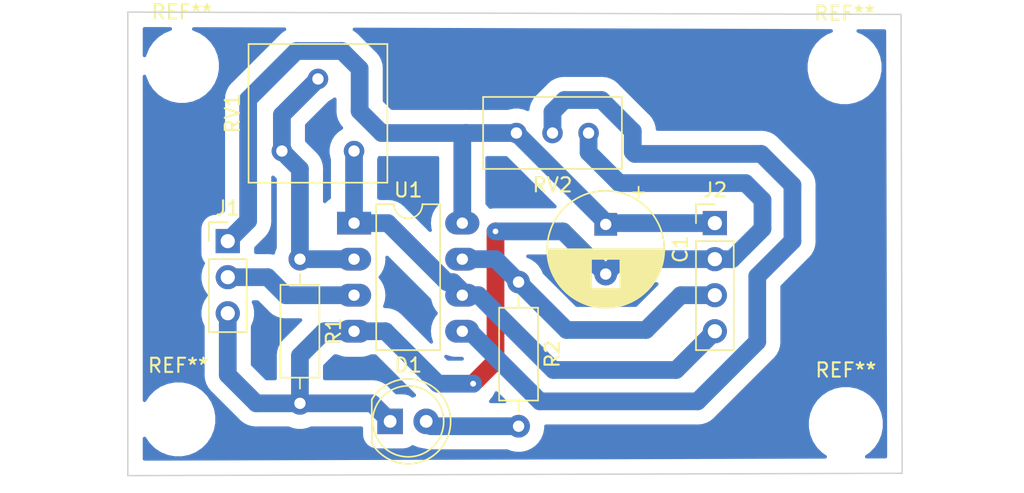
<source format=kicad_pcb>
(kicad_pcb (version 20171130) (host pcbnew "(5.1.9)-1")

  (general
    (thickness 1.6)
    (drawings 4)
    (tracks 87)
    (zones 0)
    (modules 13)
    (nets 9)
  )

  (page A4)
  (layers
    (0 F.Cu signal)
    (31 B.Cu signal)
    (32 B.Adhes user)
    (33 F.Adhes user)
    (34 B.Paste user)
    (35 F.Paste user)
    (36 B.SilkS user)
    (37 F.SilkS user)
    (38 B.Mask user)
    (39 F.Mask user)
    (40 Dwgs.User user)
    (41 Cmts.User user)
    (42 Eco1.User user)
    (43 Eco2.User user)
    (44 Edge.Cuts user)
    (45 Margin user)
    (46 B.CrtYd user)
    (47 F.CrtYd user)
    (48 B.Fab user)
    (49 F.Fab user)
  )

  (setup
    (last_trace_width 0.25)
    (user_trace_width 1.25)
    (trace_clearance 0.2)
    (zone_clearance 1)
    (zone_45_only no)
    (trace_min 0.2)
    (via_size 0.8)
    (via_drill 0.4)
    (via_min_size 0.4)
    (via_min_drill 0.3)
    (uvia_size 0.3)
    (uvia_drill 0.1)
    (uvias_allowed no)
    (uvia_min_size 0.2)
    (uvia_min_drill 0.1)
    (edge_width 0.05)
    (segment_width 0.2)
    (pcb_text_width 0.3)
    (pcb_text_size 1.5 1.5)
    (mod_edge_width 0.12)
    (mod_text_size 1 1)
    (mod_text_width 0.15)
    (pad_size 1.524 1.524)
    (pad_drill 0.762)
    (pad_to_mask_clearance 0)
    (aux_axis_origin 0 0)
    (visible_elements 7FFFFFFF)
    (pcbplotparams
      (layerselection 0x010fc_ffffffff)
      (usegerberextensions false)
      (usegerberattributes true)
      (usegerberadvancedattributes true)
      (creategerberjobfile true)
      (excludeedgelayer true)
      (linewidth 0.100000)
      (plotframeref false)
      (viasonmask false)
      (mode 1)
      (useauxorigin false)
      (hpglpennumber 1)
      (hpglpenspeed 20)
      (hpglpendiameter 15.000000)
      (psnegative false)
      (psa4output false)
      (plotreference true)
      (plotvalue true)
      (plotinvisibletext false)
      (padsonsilk false)
      (subtractmaskfromsilk false)
      (outputformat 1)
      (mirror false)
      (drillshape 1)
      (scaleselection 1)
      (outputdirectory ""))
  )

  (net 0 "")
  (net 1 VCC)
  (net 2 GND)
  (net 3 "Net-(D1-Pad2)")
  (net 4 "Net-(J1-Pad2)")
  (net 5 "Vout(D)")
  (net 6 VG10)
  (net 7 "Net-(R1-Pad1)")
  (net 8 "Net-(RV2-Pad2)")

  (net_class Default "This is the default net class."
    (clearance 0.2)
    (trace_width 0.25)
    (via_dia 0.8)
    (via_drill 0.4)
    (uvia_dia 0.3)
    (uvia_drill 0.1)
    (add_net GND)
    (add_net "Net-(D1-Pad2)")
    (add_net "Net-(J1-Pad2)")
    (add_net "Net-(R1-Pad1)")
    (add_net "Net-(RV2-Pad2)")
    (add_net VCC)
    (add_net VG10)
    (add_net "Vout(D)")
  )

  (module MountingHole:MountingHole_3.2mm_M3_DIN965 (layer F.Cu) (tedit 56D1B4CB) (tstamp 60B21113)
    (at 131.3942 76.5556)
    (descr "Mounting Hole 3.2mm, no annular, M3, DIN965")
    (tags "mounting hole 3.2mm no annular m3 din965")
    (attr virtual)
    (fp_text reference REF** (at 0 -3.8) (layer F.SilkS)
      (effects (font (size 1 1) (thickness 0.15)))
    )
    (fp_text value MountingHole_3.2mm_M3_DIN965 (at 0 3.8) (layer F.Fab)
      (effects (font (size 1 1) (thickness 0.15)))
    )
    (fp_circle (center 0 0) (end 3.05 0) (layer F.CrtYd) (width 0.05))
    (fp_circle (center 0 0) (end 2.8 0) (layer Cmts.User) (width 0.15))
    (fp_text user %R (at 0.3 0) (layer F.Fab)
      (effects (font (size 1 1) (thickness 0.15)))
    )
    (pad 1 np_thru_hole circle (at 0 0) (size 3.2 3.2) (drill 3.2) (layers *.Cu *.Mask))
  )

  (module MountingHole:MountingHole_3.2mm_M3_DIN965 (layer F.Cu) (tedit 56D1B4CB) (tstamp 60B21148)
    (at 131.1402 101.4603)
    (descr "Mounting Hole 3.2mm, no annular, M3, DIN965")
    (tags "mounting hole 3.2mm no annular m3 din965")
    (attr virtual)
    (fp_text reference REF** (at 0 -3.8) (layer F.SilkS)
      (effects (font (size 1 1) (thickness 0.15)))
    )
    (fp_text value MountingHole_3.2mm_M3_DIN965 (at 0 3.8) (layer F.Fab)
      (effects (font (size 1 1) (thickness 0.15)))
    )
    (fp_circle (center 0 0) (end 3.05 0) (layer F.CrtYd) (width 0.05))
    (fp_circle (center 0 0) (end 2.8 0) (layer Cmts.User) (width 0.15))
    (fp_text user %R (at 0.3 0) (layer F.Fab)
      (effects (font (size 1 1) (thickness 0.15)))
    )
    (pad 1 np_thru_hole circle (at 0 0) (size 3.2 3.2) (drill 3.2) (layers *.Cu *.Mask))
  )

  (module MountingHole:MountingHole_3.2mm_M3_DIN965 (layer F.Cu) (tedit 56D1B4CB) (tstamp 60B21087)
    (at 178.1302 101.7905)
    (descr "Mounting Hole 3.2mm, no annular, M3, DIN965")
    (tags "mounting hole 3.2mm no annular m3 din965")
    (attr virtual)
    (fp_text reference REF** (at 0 -3.8) (layer F.SilkS)
      (effects (font (size 1 1) (thickness 0.15)))
    )
    (fp_text value MountingHole_3.2mm_M3_DIN965 (at 0 3.8) (layer F.Fab)
      (effects (font (size 1 1) (thickness 0.15)))
    )
    (fp_circle (center 0 0) (end 3.05 0) (layer F.CrtYd) (width 0.05))
    (fp_circle (center 0 0) (end 2.8 0) (layer Cmts.User) (width 0.15))
    (fp_text user %R (at 0.3 0) (layer F.Fab)
      (effects (font (size 1 1) (thickness 0.15)))
    )
    (pad 1 np_thru_hole circle (at 0 0) (size 3.2 3.2) (drill 3.2) (layers *.Cu *.Mask))
  )

  (module MountingHole:MountingHole_3.2mm_M3_DIN965 (layer F.Cu) (tedit 56D1B4CB) (tstamp 60B21175)
    (at 178.0413 76.6445)
    (descr "Mounting Hole 3.2mm, no annular, M3, DIN965")
    (tags "mounting hole 3.2mm no annular m3 din965")
    (attr virtual)
    (fp_text reference REF** (at 0 -3.8) (layer F.SilkS)
      (effects (font (size 1 1) (thickness 0.15)))
    )
    (fp_text value MountingHole_3.2mm_M3_DIN965 (at 0 3.8) (layer F.Fab)
      (effects (font (size 1 1) (thickness 0.15)))
    )
    (fp_circle (center 0 0) (end 3.05 0) (layer F.CrtYd) (width 0.05))
    (fp_circle (center 0 0) (end 2.8 0) (layer Cmts.User) (width 0.15))
    (fp_text user %R (at 0.3 0) (layer F.Fab)
      (effects (font (size 1 1) (thickness 0.15)))
    )
    (pad 1 np_thru_hole circle (at 0 0) (size 3.2 3.2) (drill 3.2) (layers *.Cu *.Mask))
  )

  (module Capacitor_THT:CP_Radial_D8.0mm_P3.50mm (layer F.Cu) (tedit 5AE50EF0) (tstamp 60B1F9EF)
    (at 161.2265 87.7189 270)
    (descr "CP, Radial series, Radial, pin pitch=3.50mm, , diameter=8mm, Electrolytic Capacitor")
    (tags "CP Radial series Radial pin pitch 3.50mm  diameter 8mm Electrolytic Capacitor")
    (path /60B1C876)
    (fp_text reference C1 (at 1.75 -5.25 90) (layer F.SilkS)
      (effects (font (size 1 1) (thickness 0.15)))
    )
    (fp_text value CP (at 1.75 5.25 90) (layer F.Fab)
      (effects (font (size 1 1) (thickness 0.15)))
    )
    (fp_circle (center 1.75 0) (end 5.75 0) (layer F.Fab) (width 0.1))
    (fp_circle (center 1.75 0) (end 5.87 0) (layer F.SilkS) (width 0.12))
    (fp_circle (center 1.75 0) (end 6 0) (layer F.CrtYd) (width 0.05))
    (fp_line (start -1.676759 -1.7475) (end -0.876759 -1.7475) (layer F.Fab) (width 0.1))
    (fp_line (start -1.276759 -2.1475) (end -1.276759 -1.3475) (layer F.Fab) (width 0.1))
    (fp_line (start 1.75 -4.08) (end 1.75 4.08) (layer F.SilkS) (width 0.12))
    (fp_line (start 1.79 -4.08) (end 1.79 4.08) (layer F.SilkS) (width 0.12))
    (fp_line (start 1.83 -4.08) (end 1.83 4.08) (layer F.SilkS) (width 0.12))
    (fp_line (start 1.87 -4.079) (end 1.87 4.079) (layer F.SilkS) (width 0.12))
    (fp_line (start 1.91 -4.077) (end 1.91 4.077) (layer F.SilkS) (width 0.12))
    (fp_line (start 1.95 -4.076) (end 1.95 4.076) (layer F.SilkS) (width 0.12))
    (fp_line (start 1.99 -4.074) (end 1.99 4.074) (layer F.SilkS) (width 0.12))
    (fp_line (start 2.03 -4.071) (end 2.03 4.071) (layer F.SilkS) (width 0.12))
    (fp_line (start 2.07 -4.068) (end 2.07 4.068) (layer F.SilkS) (width 0.12))
    (fp_line (start 2.11 -4.065) (end 2.11 4.065) (layer F.SilkS) (width 0.12))
    (fp_line (start 2.15 -4.061) (end 2.15 4.061) (layer F.SilkS) (width 0.12))
    (fp_line (start 2.19 -4.057) (end 2.19 4.057) (layer F.SilkS) (width 0.12))
    (fp_line (start 2.23 -4.052) (end 2.23 4.052) (layer F.SilkS) (width 0.12))
    (fp_line (start 2.27 -4.048) (end 2.27 4.048) (layer F.SilkS) (width 0.12))
    (fp_line (start 2.31 -4.042) (end 2.31 4.042) (layer F.SilkS) (width 0.12))
    (fp_line (start 2.35 -4.037) (end 2.35 4.037) (layer F.SilkS) (width 0.12))
    (fp_line (start 2.39 -4.03) (end 2.39 4.03) (layer F.SilkS) (width 0.12))
    (fp_line (start 2.43 -4.024) (end 2.43 4.024) (layer F.SilkS) (width 0.12))
    (fp_line (start 2.471 -4.017) (end 2.471 -1.04) (layer F.SilkS) (width 0.12))
    (fp_line (start 2.471 1.04) (end 2.471 4.017) (layer F.SilkS) (width 0.12))
    (fp_line (start 2.511 -4.01) (end 2.511 -1.04) (layer F.SilkS) (width 0.12))
    (fp_line (start 2.511 1.04) (end 2.511 4.01) (layer F.SilkS) (width 0.12))
    (fp_line (start 2.551 -4.002) (end 2.551 -1.04) (layer F.SilkS) (width 0.12))
    (fp_line (start 2.551 1.04) (end 2.551 4.002) (layer F.SilkS) (width 0.12))
    (fp_line (start 2.591 -3.994) (end 2.591 -1.04) (layer F.SilkS) (width 0.12))
    (fp_line (start 2.591 1.04) (end 2.591 3.994) (layer F.SilkS) (width 0.12))
    (fp_line (start 2.631 -3.985) (end 2.631 -1.04) (layer F.SilkS) (width 0.12))
    (fp_line (start 2.631 1.04) (end 2.631 3.985) (layer F.SilkS) (width 0.12))
    (fp_line (start 2.671 -3.976) (end 2.671 -1.04) (layer F.SilkS) (width 0.12))
    (fp_line (start 2.671 1.04) (end 2.671 3.976) (layer F.SilkS) (width 0.12))
    (fp_line (start 2.711 -3.967) (end 2.711 -1.04) (layer F.SilkS) (width 0.12))
    (fp_line (start 2.711 1.04) (end 2.711 3.967) (layer F.SilkS) (width 0.12))
    (fp_line (start 2.751 -3.957) (end 2.751 -1.04) (layer F.SilkS) (width 0.12))
    (fp_line (start 2.751 1.04) (end 2.751 3.957) (layer F.SilkS) (width 0.12))
    (fp_line (start 2.791 -3.947) (end 2.791 -1.04) (layer F.SilkS) (width 0.12))
    (fp_line (start 2.791 1.04) (end 2.791 3.947) (layer F.SilkS) (width 0.12))
    (fp_line (start 2.831 -3.936) (end 2.831 -1.04) (layer F.SilkS) (width 0.12))
    (fp_line (start 2.831 1.04) (end 2.831 3.936) (layer F.SilkS) (width 0.12))
    (fp_line (start 2.871 -3.925) (end 2.871 -1.04) (layer F.SilkS) (width 0.12))
    (fp_line (start 2.871 1.04) (end 2.871 3.925) (layer F.SilkS) (width 0.12))
    (fp_line (start 2.911 -3.914) (end 2.911 -1.04) (layer F.SilkS) (width 0.12))
    (fp_line (start 2.911 1.04) (end 2.911 3.914) (layer F.SilkS) (width 0.12))
    (fp_line (start 2.951 -3.902) (end 2.951 -1.04) (layer F.SilkS) (width 0.12))
    (fp_line (start 2.951 1.04) (end 2.951 3.902) (layer F.SilkS) (width 0.12))
    (fp_line (start 2.991 -3.889) (end 2.991 -1.04) (layer F.SilkS) (width 0.12))
    (fp_line (start 2.991 1.04) (end 2.991 3.889) (layer F.SilkS) (width 0.12))
    (fp_line (start 3.031 -3.877) (end 3.031 -1.04) (layer F.SilkS) (width 0.12))
    (fp_line (start 3.031 1.04) (end 3.031 3.877) (layer F.SilkS) (width 0.12))
    (fp_line (start 3.071 -3.863) (end 3.071 -1.04) (layer F.SilkS) (width 0.12))
    (fp_line (start 3.071 1.04) (end 3.071 3.863) (layer F.SilkS) (width 0.12))
    (fp_line (start 3.111 -3.85) (end 3.111 -1.04) (layer F.SilkS) (width 0.12))
    (fp_line (start 3.111 1.04) (end 3.111 3.85) (layer F.SilkS) (width 0.12))
    (fp_line (start 3.151 -3.835) (end 3.151 -1.04) (layer F.SilkS) (width 0.12))
    (fp_line (start 3.151 1.04) (end 3.151 3.835) (layer F.SilkS) (width 0.12))
    (fp_line (start 3.191 -3.821) (end 3.191 -1.04) (layer F.SilkS) (width 0.12))
    (fp_line (start 3.191 1.04) (end 3.191 3.821) (layer F.SilkS) (width 0.12))
    (fp_line (start 3.231 -3.805) (end 3.231 -1.04) (layer F.SilkS) (width 0.12))
    (fp_line (start 3.231 1.04) (end 3.231 3.805) (layer F.SilkS) (width 0.12))
    (fp_line (start 3.271 -3.79) (end 3.271 -1.04) (layer F.SilkS) (width 0.12))
    (fp_line (start 3.271 1.04) (end 3.271 3.79) (layer F.SilkS) (width 0.12))
    (fp_line (start 3.311 -3.774) (end 3.311 -1.04) (layer F.SilkS) (width 0.12))
    (fp_line (start 3.311 1.04) (end 3.311 3.774) (layer F.SilkS) (width 0.12))
    (fp_line (start 3.351 -3.757) (end 3.351 -1.04) (layer F.SilkS) (width 0.12))
    (fp_line (start 3.351 1.04) (end 3.351 3.757) (layer F.SilkS) (width 0.12))
    (fp_line (start 3.391 -3.74) (end 3.391 -1.04) (layer F.SilkS) (width 0.12))
    (fp_line (start 3.391 1.04) (end 3.391 3.74) (layer F.SilkS) (width 0.12))
    (fp_line (start 3.431 -3.722) (end 3.431 -1.04) (layer F.SilkS) (width 0.12))
    (fp_line (start 3.431 1.04) (end 3.431 3.722) (layer F.SilkS) (width 0.12))
    (fp_line (start 3.471 -3.704) (end 3.471 -1.04) (layer F.SilkS) (width 0.12))
    (fp_line (start 3.471 1.04) (end 3.471 3.704) (layer F.SilkS) (width 0.12))
    (fp_line (start 3.511 -3.686) (end 3.511 -1.04) (layer F.SilkS) (width 0.12))
    (fp_line (start 3.511 1.04) (end 3.511 3.686) (layer F.SilkS) (width 0.12))
    (fp_line (start 3.551 -3.666) (end 3.551 -1.04) (layer F.SilkS) (width 0.12))
    (fp_line (start 3.551 1.04) (end 3.551 3.666) (layer F.SilkS) (width 0.12))
    (fp_line (start 3.591 -3.647) (end 3.591 -1.04) (layer F.SilkS) (width 0.12))
    (fp_line (start 3.591 1.04) (end 3.591 3.647) (layer F.SilkS) (width 0.12))
    (fp_line (start 3.631 -3.627) (end 3.631 -1.04) (layer F.SilkS) (width 0.12))
    (fp_line (start 3.631 1.04) (end 3.631 3.627) (layer F.SilkS) (width 0.12))
    (fp_line (start 3.671 -3.606) (end 3.671 -1.04) (layer F.SilkS) (width 0.12))
    (fp_line (start 3.671 1.04) (end 3.671 3.606) (layer F.SilkS) (width 0.12))
    (fp_line (start 3.711 -3.584) (end 3.711 -1.04) (layer F.SilkS) (width 0.12))
    (fp_line (start 3.711 1.04) (end 3.711 3.584) (layer F.SilkS) (width 0.12))
    (fp_line (start 3.751 -3.562) (end 3.751 -1.04) (layer F.SilkS) (width 0.12))
    (fp_line (start 3.751 1.04) (end 3.751 3.562) (layer F.SilkS) (width 0.12))
    (fp_line (start 3.791 -3.54) (end 3.791 -1.04) (layer F.SilkS) (width 0.12))
    (fp_line (start 3.791 1.04) (end 3.791 3.54) (layer F.SilkS) (width 0.12))
    (fp_line (start 3.831 -3.517) (end 3.831 -1.04) (layer F.SilkS) (width 0.12))
    (fp_line (start 3.831 1.04) (end 3.831 3.517) (layer F.SilkS) (width 0.12))
    (fp_line (start 3.871 -3.493) (end 3.871 -1.04) (layer F.SilkS) (width 0.12))
    (fp_line (start 3.871 1.04) (end 3.871 3.493) (layer F.SilkS) (width 0.12))
    (fp_line (start 3.911 -3.469) (end 3.911 -1.04) (layer F.SilkS) (width 0.12))
    (fp_line (start 3.911 1.04) (end 3.911 3.469) (layer F.SilkS) (width 0.12))
    (fp_line (start 3.951 -3.444) (end 3.951 -1.04) (layer F.SilkS) (width 0.12))
    (fp_line (start 3.951 1.04) (end 3.951 3.444) (layer F.SilkS) (width 0.12))
    (fp_line (start 3.991 -3.418) (end 3.991 -1.04) (layer F.SilkS) (width 0.12))
    (fp_line (start 3.991 1.04) (end 3.991 3.418) (layer F.SilkS) (width 0.12))
    (fp_line (start 4.031 -3.392) (end 4.031 -1.04) (layer F.SilkS) (width 0.12))
    (fp_line (start 4.031 1.04) (end 4.031 3.392) (layer F.SilkS) (width 0.12))
    (fp_line (start 4.071 -3.365) (end 4.071 -1.04) (layer F.SilkS) (width 0.12))
    (fp_line (start 4.071 1.04) (end 4.071 3.365) (layer F.SilkS) (width 0.12))
    (fp_line (start 4.111 -3.338) (end 4.111 -1.04) (layer F.SilkS) (width 0.12))
    (fp_line (start 4.111 1.04) (end 4.111 3.338) (layer F.SilkS) (width 0.12))
    (fp_line (start 4.151 -3.309) (end 4.151 -1.04) (layer F.SilkS) (width 0.12))
    (fp_line (start 4.151 1.04) (end 4.151 3.309) (layer F.SilkS) (width 0.12))
    (fp_line (start 4.191 -3.28) (end 4.191 -1.04) (layer F.SilkS) (width 0.12))
    (fp_line (start 4.191 1.04) (end 4.191 3.28) (layer F.SilkS) (width 0.12))
    (fp_line (start 4.231 -3.25) (end 4.231 -1.04) (layer F.SilkS) (width 0.12))
    (fp_line (start 4.231 1.04) (end 4.231 3.25) (layer F.SilkS) (width 0.12))
    (fp_line (start 4.271 -3.22) (end 4.271 -1.04) (layer F.SilkS) (width 0.12))
    (fp_line (start 4.271 1.04) (end 4.271 3.22) (layer F.SilkS) (width 0.12))
    (fp_line (start 4.311 -3.189) (end 4.311 -1.04) (layer F.SilkS) (width 0.12))
    (fp_line (start 4.311 1.04) (end 4.311 3.189) (layer F.SilkS) (width 0.12))
    (fp_line (start 4.351 -3.156) (end 4.351 -1.04) (layer F.SilkS) (width 0.12))
    (fp_line (start 4.351 1.04) (end 4.351 3.156) (layer F.SilkS) (width 0.12))
    (fp_line (start 4.391 -3.124) (end 4.391 -1.04) (layer F.SilkS) (width 0.12))
    (fp_line (start 4.391 1.04) (end 4.391 3.124) (layer F.SilkS) (width 0.12))
    (fp_line (start 4.431 -3.09) (end 4.431 -1.04) (layer F.SilkS) (width 0.12))
    (fp_line (start 4.431 1.04) (end 4.431 3.09) (layer F.SilkS) (width 0.12))
    (fp_line (start 4.471 -3.055) (end 4.471 -1.04) (layer F.SilkS) (width 0.12))
    (fp_line (start 4.471 1.04) (end 4.471 3.055) (layer F.SilkS) (width 0.12))
    (fp_line (start 4.511 -3.019) (end 4.511 -1.04) (layer F.SilkS) (width 0.12))
    (fp_line (start 4.511 1.04) (end 4.511 3.019) (layer F.SilkS) (width 0.12))
    (fp_line (start 4.551 -2.983) (end 4.551 2.983) (layer F.SilkS) (width 0.12))
    (fp_line (start 4.591 -2.945) (end 4.591 2.945) (layer F.SilkS) (width 0.12))
    (fp_line (start 4.631 -2.907) (end 4.631 2.907) (layer F.SilkS) (width 0.12))
    (fp_line (start 4.671 -2.867) (end 4.671 2.867) (layer F.SilkS) (width 0.12))
    (fp_line (start 4.711 -2.826) (end 4.711 2.826) (layer F.SilkS) (width 0.12))
    (fp_line (start 4.751 -2.784) (end 4.751 2.784) (layer F.SilkS) (width 0.12))
    (fp_line (start 4.791 -2.741) (end 4.791 2.741) (layer F.SilkS) (width 0.12))
    (fp_line (start 4.831 -2.697) (end 4.831 2.697) (layer F.SilkS) (width 0.12))
    (fp_line (start 4.871 -2.651) (end 4.871 2.651) (layer F.SilkS) (width 0.12))
    (fp_line (start 4.911 -2.604) (end 4.911 2.604) (layer F.SilkS) (width 0.12))
    (fp_line (start 4.951 -2.556) (end 4.951 2.556) (layer F.SilkS) (width 0.12))
    (fp_line (start 4.991 -2.505) (end 4.991 2.505) (layer F.SilkS) (width 0.12))
    (fp_line (start 5.031 -2.454) (end 5.031 2.454) (layer F.SilkS) (width 0.12))
    (fp_line (start 5.071 -2.4) (end 5.071 2.4) (layer F.SilkS) (width 0.12))
    (fp_line (start 5.111 -2.345) (end 5.111 2.345) (layer F.SilkS) (width 0.12))
    (fp_line (start 5.151 -2.287) (end 5.151 2.287) (layer F.SilkS) (width 0.12))
    (fp_line (start 5.191 -2.228) (end 5.191 2.228) (layer F.SilkS) (width 0.12))
    (fp_line (start 5.231 -2.166) (end 5.231 2.166) (layer F.SilkS) (width 0.12))
    (fp_line (start 5.271 -2.102) (end 5.271 2.102) (layer F.SilkS) (width 0.12))
    (fp_line (start 5.311 -2.034) (end 5.311 2.034) (layer F.SilkS) (width 0.12))
    (fp_line (start 5.351 -1.964) (end 5.351 1.964) (layer F.SilkS) (width 0.12))
    (fp_line (start 5.391 -1.89) (end 5.391 1.89) (layer F.SilkS) (width 0.12))
    (fp_line (start 5.431 -1.813) (end 5.431 1.813) (layer F.SilkS) (width 0.12))
    (fp_line (start 5.471 -1.731) (end 5.471 1.731) (layer F.SilkS) (width 0.12))
    (fp_line (start 5.511 -1.645) (end 5.511 1.645) (layer F.SilkS) (width 0.12))
    (fp_line (start 5.551 -1.552) (end 5.551 1.552) (layer F.SilkS) (width 0.12))
    (fp_line (start 5.591 -1.453) (end 5.591 1.453) (layer F.SilkS) (width 0.12))
    (fp_line (start 5.631 -1.346) (end 5.631 1.346) (layer F.SilkS) (width 0.12))
    (fp_line (start 5.671 -1.229) (end 5.671 1.229) (layer F.SilkS) (width 0.12))
    (fp_line (start 5.711 -1.098) (end 5.711 1.098) (layer F.SilkS) (width 0.12))
    (fp_line (start 5.751 -0.948) (end 5.751 0.948) (layer F.SilkS) (width 0.12))
    (fp_line (start 5.791 -0.768) (end 5.791 0.768) (layer F.SilkS) (width 0.12))
    (fp_line (start 5.831 -0.533) (end 5.831 0.533) (layer F.SilkS) (width 0.12))
    (fp_line (start -2.659698 -2.315) (end -1.859698 -2.315) (layer F.SilkS) (width 0.12))
    (fp_line (start -2.259698 -2.715) (end -2.259698 -1.915) (layer F.SilkS) (width 0.12))
    (fp_text user %R (at 1.75 0 90) (layer F.Fab)
      (effects (font (size 1 1) (thickness 0.15)))
    )
    (pad 1 thru_hole rect (at 0 0 270) (size 1.6 1.6) (drill 0.8) (layers *.Cu *.Mask)
      (net 1 VCC))
    (pad 2 thru_hole circle (at 3.5 0 270) (size 1.6 1.6) (drill 0.8) (layers *.Cu *.Mask)
      (net 2 GND))
    (model ${KISYS3DMOD}/Capacitor_THT.3dshapes/CP_Radial_D8.0mm_P3.50mm.wrl
      (at (xyz 0 0 0))
      (scale (xyz 1 1 1))
      (rotate (xyz 0 0 0))
    )
  )

  (module LED_THT:LED_D5.0mm (layer F.Cu) (tedit 5995936A) (tstamp 60B1FA01)
    (at 146.05 101.6)
    (descr "LED, diameter 5.0mm, 2 pins, http://cdn-reichelt.de/documents/datenblatt/A500/LL-504BC2E-009.pdf")
    (tags "LED diameter 5.0mm 2 pins")
    (path /60B1ADBA)
    (fp_text reference D1 (at 1.27 -3.96) (layer F.SilkS)
      (effects (font (size 1 1) (thickness 0.15)))
    )
    (fp_text value LED (at 1.27 3.96) (layer F.Fab)
      (effects (font (size 1 1) (thickness 0.15)))
    )
    (fp_circle (center 1.27 0) (end 3.77 0) (layer F.Fab) (width 0.1))
    (fp_circle (center 1.27 0) (end 3.77 0) (layer F.SilkS) (width 0.12))
    (fp_line (start -1.23 -1.469694) (end -1.23 1.469694) (layer F.Fab) (width 0.1))
    (fp_line (start -1.29 -1.545) (end -1.29 1.545) (layer F.SilkS) (width 0.12))
    (fp_line (start -1.95 -3.25) (end -1.95 3.25) (layer F.CrtYd) (width 0.05))
    (fp_line (start -1.95 3.25) (end 4.5 3.25) (layer F.CrtYd) (width 0.05))
    (fp_line (start 4.5 3.25) (end 4.5 -3.25) (layer F.CrtYd) (width 0.05))
    (fp_line (start 4.5 -3.25) (end -1.95 -3.25) (layer F.CrtYd) (width 0.05))
    (fp_arc (start 1.27 0) (end -1.23 -1.469694) (angle 299.1) (layer F.Fab) (width 0.1))
    (fp_arc (start 1.27 0) (end -1.29 -1.54483) (angle 148.9) (layer F.SilkS) (width 0.12))
    (fp_arc (start 1.27 0) (end -1.29 1.54483) (angle -148.9) (layer F.SilkS) (width 0.12))
    (fp_text user %R (at 1.25 0) (layer F.Fab)
      (effects (font (size 0.8 0.8) (thickness 0.2)))
    )
    (pad 1 thru_hole rect (at 0 0) (size 1.8 1.8) (drill 0.9) (layers *.Cu *.Mask)
      (net 2 GND))
    (pad 2 thru_hole circle (at 2.54 0) (size 1.8 1.8) (drill 0.9) (layers *.Cu *.Mask)
      (net 3 "Net-(D1-Pad2)"))
    (model ${KISYS3DMOD}/LED_THT.3dshapes/LED_D5.0mm.wrl
      (at (xyz 0 0 0))
      (scale (xyz 1 1 1))
      (rotate (xyz 0 0 0))
    )
  )

  (module Connector_PinHeader_2.54mm:PinHeader_1x03_P2.54mm_Vertical (layer F.Cu) (tedit 59FED5CC) (tstamp 60B1FA18)
    (at 134.62 88.9)
    (descr "Through hole straight pin header, 1x03, 2.54mm pitch, single row")
    (tags "Through hole pin header THT 1x03 2.54mm single row")
    (path /60B1B259)
    (fp_text reference J1 (at 0 -2.33) (layer F.SilkS)
      (effects (font (size 1 1) (thickness 0.15)))
    )
    (fp_text value Conn_01x03_Male (at 0 7.41) (layer F.Fab)
      (effects (font (size 1 1) (thickness 0.15)))
    )
    (fp_line (start -0.635 -1.27) (end 1.27 -1.27) (layer F.Fab) (width 0.1))
    (fp_line (start 1.27 -1.27) (end 1.27 6.35) (layer F.Fab) (width 0.1))
    (fp_line (start 1.27 6.35) (end -1.27 6.35) (layer F.Fab) (width 0.1))
    (fp_line (start -1.27 6.35) (end -1.27 -0.635) (layer F.Fab) (width 0.1))
    (fp_line (start -1.27 -0.635) (end -0.635 -1.27) (layer F.Fab) (width 0.1))
    (fp_line (start -1.33 6.41) (end 1.33 6.41) (layer F.SilkS) (width 0.12))
    (fp_line (start -1.33 1.27) (end -1.33 6.41) (layer F.SilkS) (width 0.12))
    (fp_line (start 1.33 1.27) (end 1.33 6.41) (layer F.SilkS) (width 0.12))
    (fp_line (start -1.33 1.27) (end 1.33 1.27) (layer F.SilkS) (width 0.12))
    (fp_line (start -1.33 0) (end -1.33 -1.33) (layer F.SilkS) (width 0.12))
    (fp_line (start -1.33 -1.33) (end 0 -1.33) (layer F.SilkS) (width 0.12))
    (fp_line (start -1.8 -1.8) (end -1.8 6.85) (layer F.CrtYd) (width 0.05))
    (fp_line (start -1.8 6.85) (end 1.8 6.85) (layer F.CrtYd) (width 0.05))
    (fp_line (start 1.8 6.85) (end 1.8 -1.8) (layer F.CrtYd) (width 0.05))
    (fp_line (start 1.8 -1.8) (end -1.8 -1.8) (layer F.CrtYd) (width 0.05))
    (fp_text user %R (at 0 2.54 90) (layer F.Fab)
      (effects (font (size 1 1) (thickness 0.15)))
    )
    (pad 1 thru_hole rect (at 0 0) (size 1.7 1.7) (drill 1) (layers *.Cu *.Mask)
      (net 1 VCC))
    (pad 2 thru_hole oval (at 0 2.54) (size 1.7 1.7) (drill 1) (layers *.Cu *.Mask)
      (net 4 "Net-(J1-Pad2)"))
    (pad 3 thru_hole oval (at 0 5.08) (size 1.7 1.7) (drill 1) (layers *.Cu *.Mask)
      (net 2 GND))
    (model ${KISYS3DMOD}/Connector_PinHeader_2.54mm.3dshapes/PinHeader_1x03_P2.54mm_Vertical.wrl
      (at (xyz 0 0 0))
      (scale (xyz 1 1 1))
      (rotate (xyz 0 0 0))
    )
  )

  (module Connector_PinHeader_2.54mm:PinHeader_1x04_P2.54mm_Vertical (layer F.Cu) (tedit 59FED5CC) (tstamp 60B1FA30)
    (at 168.91 87.63)
    (descr "Through hole straight pin header, 1x04, 2.54mm pitch, single row")
    (tags "Through hole pin header THT 1x04 2.54mm single row")
    (path /60B1BBD8)
    (fp_text reference J2 (at 0 -2.33) (layer F.SilkS)
      (effects (font (size 1 1) (thickness 0.15)))
    )
    (fp_text value Conn_01x04_Male (at 0 9.95) (layer F.Fab)
      (effects (font (size 1 1) (thickness 0.15)))
    )
    (fp_line (start -0.635 -1.27) (end 1.27 -1.27) (layer F.Fab) (width 0.1))
    (fp_line (start 1.27 -1.27) (end 1.27 8.89) (layer F.Fab) (width 0.1))
    (fp_line (start 1.27 8.89) (end -1.27 8.89) (layer F.Fab) (width 0.1))
    (fp_line (start -1.27 8.89) (end -1.27 -0.635) (layer F.Fab) (width 0.1))
    (fp_line (start -1.27 -0.635) (end -0.635 -1.27) (layer F.Fab) (width 0.1))
    (fp_line (start -1.33 8.95) (end 1.33 8.95) (layer F.SilkS) (width 0.12))
    (fp_line (start -1.33 1.27) (end -1.33 8.95) (layer F.SilkS) (width 0.12))
    (fp_line (start 1.33 1.27) (end 1.33 8.95) (layer F.SilkS) (width 0.12))
    (fp_line (start -1.33 1.27) (end 1.33 1.27) (layer F.SilkS) (width 0.12))
    (fp_line (start -1.33 0) (end -1.33 -1.33) (layer F.SilkS) (width 0.12))
    (fp_line (start -1.33 -1.33) (end 0 -1.33) (layer F.SilkS) (width 0.12))
    (fp_line (start -1.8 -1.8) (end -1.8 9.4) (layer F.CrtYd) (width 0.05))
    (fp_line (start -1.8 9.4) (end 1.8 9.4) (layer F.CrtYd) (width 0.05))
    (fp_line (start 1.8 9.4) (end 1.8 -1.8) (layer F.CrtYd) (width 0.05))
    (fp_line (start 1.8 -1.8) (end -1.8 -1.8) (layer F.CrtYd) (width 0.05))
    (fp_text user %R (at 0 3.81 90) (layer F.Fab)
      (effects (font (size 1 1) (thickness 0.15)))
    )
    (pad 1 thru_hole rect (at 0 0) (size 1.7 1.7) (drill 1) (layers *.Cu *.Mask)
      (net 1 VCC))
    (pad 2 thru_hole oval (at 0 2.54) (size 1.7 1.7) (drill 1) (layers *.Cu *.Mask)
      (net 2 GND))
    (pad 3 thru_hole oval (at 0 5.08) (size 1.7 1.7) (drill 1) (layers *.Cu *.Mask)
      (net 5 "Vout(D)"))
    (pad 4 thru_hole oval (at 0 7.62) (size 1.7 1.7) (drill 1) (layers *.Cu *.Mask)
      (net 6 VG10))
    (model ${KISYS3DMOD}/Connector_PinHeader_2.54mm.3dshapes/PinHeader_1x04_P2.54mm_Vertical.wrl
      (at (xyz 0 0 0))
      (scale (xyz 1 1 1))
      (rotate (xyz 0 0 0))
    )
  )

  (module Resistor_THT:R_Axial_DIN0207_L6.3mm_D2.5mm_P10.16mm_Horizontal (layer F.Cu) (tedit 5AE5139B) (tstamp 60B2060F)
    (at 139.7 90.17 270)
    (descr "Resistor, Axial_DIN0207 series, Axial, Horizontal, pin pitch=10.16mm, 0.25W = 1/4W, length*diameter=6.3*2.5mm^2, http://cdn-reichelt.de/documents/datenblatt/B400/1_4W%23YAG.pdf")
    (tags "Resistor Axial_DIN0207 series Axial Horizontal pin pitch 10.16mm 0.25W = 1/4W length 6.3mm diameter 2.5mm")
    (path /60B18AD0)
    (fp_text reference R1 (at 5.08 -2.37 90) (layer F.SilkS)
      (effects (font (size 1 1) (thickness 0.15)))
    )
    (fp_text value R (at 5.08 2.37 90) (layer F.Fab)
      (effects (font (size 1 1) (thickness 0.15)))
    )
    (fp_line (start 1.93 -1.25) (end 1.93 1.25) (layer F.Fab) (width 0.1))
    (fp_line (start 1.93 1.25) (end 8.23 1.25) (layer F.Fab) (width 0.1))
    (fp_line (start 8.23 1.25) (end 8.23 -1.25) (layer F.Fab) (width 0.1))
    (fp_line (start 8.23 -1.25) (end 1.93 -1.25) (layer F.Fab) (width 0.1))
    (fp_line (start 0 0) (end 1.93 0) (layer F.Fab) (width 0.1))
    (fp_line (start 10.16 0) (end 8.23 0) (layer F.Fab) (width 0.1))
    (fp_line (start 1.81 -1.37) (end 1.81 1.37) (layer F.SilkS) (width 0.12))
    (fp_line (start 1.81 1.37) (end 8.35 1.37) (layer F.SilkS) (width 0.12))
    (fp_line (start 8.35 1.37) (end 8.35 -1.37) (layer F.SilkS) (width 0.12))
    (fp_line (start 8.35 -1.37) (end 1.81 -1.37) (layer F.SilkS) (width 0.12))
    (fp_line (start 1.04 0) (end 1.81 0) (layer F.SilkS) (width 0.12))
    (fp_line (start 9.12 0) (end 8.35 0) (layer F.SilkS) (width 0.12))
    (fp_line (start -1.05 -1.5) (end -1.05 1.5) (layer F.CrtYd) (width 0.05))
    (fp_line (start -1.05 1.5) (end 11.21 1.5) (layer F.CrtYd) (width 0.05))
    (fp_line (start 11.21 1.5) (end 11.21 -1.5) (layer F.CrtYd) (width 0.05))
    (fp_line (start 11.21 -1.5) (end -1.05 -1.5) (layer F.CrtYd) (width 0.05))
    (fp_text user %R (at 5.08 0 90) (layer F.Fab)
      (effects (font (size 1 1) (thickness 0.15)))
    )
    (pad 1 thru_hole circle (at 0 0 270) (size 1.6 1.6) (drill 0.8) (layers *.Cu *.Mask)
      (net 7 "Net-(R1-Pad1)"))
    (pad 2 thru_hole oval (at 10.16 0 270) (size 1.6 1.6) (drill 0.8) (layers *.Cu *.Mask)
      (net 2 GND))
    (model ${KISYS3DMOD}/Resistor_THT.3dshapes/R_Axial_DIN0207_L6.3mm_D2.5mm_P10.16mm_Horizontal.wrl
      (at (xyz 0 0 0))
      (scale (xyz 1 1 1))
      (rotate (xyz 0 0 0))
    )
  )

  (module Resistor_THT:R_Axial_DIN0207_L6.3mm_D2.5mm_P10.16mm_Horizontal (layer F.Cu) (tedit 5AE5139B) (tstamp 60B20D66)
    (at 155.0924 91.7829 270)
    (descr "Resistor, Axial_DIN0207 series, Axial, Horizontal, pin pitch=10.16mm, 0.25W = 1/4W, length*diameter=6.3*2.5mm^2, http://cdn-reichelt.de/documents/datenblatt/B400/1_4W%23YAG.pdf")
    (tags "Resistor Axial_DIN0207 series Axial Horizontal pin pitch 10.16mm 0.25W = 1/4W length 6.3mm diameter 2.5mm")
    (path /60B18FEE)
    (fp_text reference R2 (at 5.08 -2.37 90) (layer F.SilkS)
      (effects (font (size 1 1) (thickness 0.15)))
    )
    (fp_text value R (at 5.08 2.37 90) (layer F.Fab)
      (effects (font (size 1 1) (thickness 0.15)))
    )
    (fp_line (start 11.21 -1.5) (end -1.05 -1.5) (layer F.CrtYd) (width 0.05))
    (fp_line (start 11.21 1.5) (end 11.21 -1.5) (layer F.CrtYd) (width 0.05))
    (fp_line (start -1.05 1.5) (end 11.21 1.5) (layer F.CrtYd) (width 0.05))
    (fp_line (start -1.05 -1.5) (end -1.05 1.5) (layer F.CrtYd) (width 0.05))
    (fp_line (start 9.12 0) (end 8.35 0) (layer F.SilkS) (width 0.12))
    (fp_line (start 1.04 0) (end 1.81 0) (layer F.SilkS) (width 0.12))
    (fp_line (start 8.35 -1.37) (end 1.81 -1.37) (layer F.SilkS) (width 0.12))
    (fp_line (start 8.35 1.37) (end 8.35 -1.37) (layer F.SilkS) (width 0.12))
    (fp_line (start 1.81 1.37) (end 8.35 1.37) (layer F.SilkS) (width 0.12))
    (fp_line (start 1.81 -1.37) (end 1.81 1.37) (layer F.SilkS) (width 0.12))
    (fp_line (start 10.16 0) (end 8.23 0) (layer F.Fab) (width 0.1))
    (fp_line (start 0 0) (end 1.93 0) (layer F.Fab) (width 0.1))
    (fp_line (start 8.23 -1.25) (end 1.93 -1.25) (layer F.Fab) (width 0.1))
    (fp_line (start 8.23 1.25) (end 8.23 -1.25) (layer F.Fab) (width 0.1))
    (fp_line (start 1.93 1.25) (end 8.23 1.25) (layer F.Fab) (width 0.1))
    (fp_line (start 1.93 -1.25) (end 1.93 1.25) (layer F.Fab) (width 0.1))
    (fp_text user %R (at 5.08 0 90) (layer F.Fab)
      (effects (font (size 1 1) (thickness 0.15)))
    )
    (pad 2 thru_hole oval (at 10.16 0 270) (size 1.6 1.6) (drill 0.8) (layers *.Cu *.Mask)
      (net 3 "Net-(D1-Pad2)"))
    (pad 1 thru_hole circle (at 0 0 270) (size 1.6 1.6) (drill 0.8) (layers *.Cu *.Mask)
      (net 5 "Vout(D)"))
    (model ${KISYS3DMOD}/Resistor_THT.3dshapes/R_Axial_DIN0207_L6.3mm_D2.5mm_P10.16mm_Horizontal.wrl
      (at (xyz 0 0 0))
      (scale (xyz 1 1 1))
      (rotate (xyz 0 0 0))
    )
  )

  (module Potentiometer_THT:Potentiometer_Bourns_3386F_Vertical (layer F.Cu) (tedit 5AA07388) (tstamp 60B1FA75)
    (at 143.51 82.55 90)
    (descr "Potentiometer, vertical, Bourns 3386F, https://www.bourns.com/pdfs/3386.pdf")
    (tags "Potentiometer vertical Bourns 3386F")
    (path /60B1A323)
    (fp_text reference RV1 (at 2.655 -8.555 90) (layer F.SilkS)
      (effects (font (size 1 1) (thickness 0.15)))
    )
    (fp_text value R_POT (at 2.655 3.475 90) (layer F.Fab)
      (effects (font (size 1 1) (thickness 0.15)))
    )
    (fp_circle (center 1.781 -2.54) (end 3.356 -2.54) (layer F.Fab) (width 0.1))
    (fp_line (start -2.11 -7.305) (end -2.11 2.225) (layer F.Fab) (width 0.1))
    (fp_line (start -2.11 2.225) (end 7.42 2.225) (layer F.Fab) (width 0.1))
    (fp_line (start 7.42 2.225) (end 7.42 -7.305) (layer F.Fab) (width 0.1))
    (fp_line (start 7.42 -7.305) (end -2.11 -7.305) (layer F.Fab) (width 0.1))
    (fp_line (start 1.781 -0.98) (end 1.781 -4.099) (layer F.Fab) (width 0.1))
    (fp_line (start 1.781 -0.98) (end 1.781 -4.099) (layer F.Fab) (width 0.1))
    (fp_line (start -2.23 -7.425) (end 7.54 -7.425) (layer F.SilkS) (width 0.12))
    (fp_line (start -2.23 2.345) (end 7.54 2.345) (layer F.SilkS) (width 0.12))
    (fp_line (start -2.23 -7.425) (end -2.23 2.345) (layer F.SilkS) (width 0.12))
    (fp_line (start 7.54 -7.425) (end 7.54 2.345) (layer F.SilkS) (width 0.12))
    (fp_line (start -2.36 -7.56) (end -2.36 2.48) (layer F.CrtYd) (width 0.05))
    (fp_line (start -2.36 2.48) (end 7.67 2.48) (layer F.CrtYd) (width 0.05))
    (fp_line (start 7.67 2.48) (end 7.67 -7.56) (layer F.CrtYd) (width 0.05))
    (fp_line (start 7.67 -7.56) (end -2.36 -7.56) (layer F.CrtYd) (width 0.05))
    (fp_text user %R (at -1.11 -2.54) (layer F.Fab)
      (effects (font (size 1 1) (thickness 0.15)))
    )
    (pad 3 thru_hole circle (at 0 -5.08 90) (size 1.44 1.44) (drill 0.8) (layers *.Cu *.Mask)
      (net 7 "Net-(R1-Pad1)"))
    (pad 2 thru_hole circle (at 5.08 -2.54 90) (size 1.44 1.44) (drill 0.8) (layers *.Cu *.Mask)
      (net 7 "Net-(R1-Pad1)"))
    (pad 1 thru_hole circle (at 0 0 90) (size 1.44 1.44) (drill 0.8) (layers *.Cu *.Mask)
      (net 6 VG10))
    (model ${KISYS3DMOD}/Potentiometer_THT.3dshapes/Potentiometer_Bourns_3386F_Vertical.wrl
      (at (xyz 0 0 0))
      (scale (xyz 1 1 1))
      (rotate (xyz 0 0 0))
    )
  )

  (module Potentiometer_THT:Potentiometer_Bourns_3296W_Vertical (layer F.Cu) (tedit 5A3D4994) (tstamp 60B208D0)
    (at 154.94 81.28 180)
    (descr "Potentiometer, vertical, Bourns 3296W, https://www.bourns.com/pdfs/3296.pdf")
    (tags "Potentiometer vertical Bourns 3296W")
    (path /60B19515)
    (fp_text reference RV2 (at -2.54 -3.66) (layer F.SilkS)
      (effects (font (size 1 1) (thickness 0.15)))
    )
    (fp_text value R_POT (at -2.54 3.67) (layer F.Fab)
      (effects (font (size 1 1) (thickness 0.15)))
    )
    (fp_circle (center 0.955 1.15) (end 2.05 1.15) (layer F.Fab) (width 0.1))
    (fp_line (start -7.305 -2.41) (end -7.305 2.42) (layer F.Fab) (width 0.1))
    (fp_line (start -7.305 2.42) (end 2.225 2.42) (layer F.Fab) (width 0.1))
    (fp_line (start 2.225 2.42) (end 2.225 -2.41) (layer F.Fab) (width 0.1))
    (fp_line (start 2.225 -2.41) (end -7.305 -2.41) (layer F.Fab) (width 0.1))
    (fp_line (start 0.955 2.235) (end 0.956 0.066) (layer F.Fab) (width 0.1))
    (fp_line (start 0.955 2.235) (end 0.956 0.066) (layer F.Fab) (width 0.1))
    (fp_line (start -7.425 -2.53) (end 2.345 -2.53) (layer F.SilkS) (width 0.12))
    (fp_line (start -7.425 2.54) (end 2.345 2.54) (layer F.SilkS) (width 0.12))
    (fp_line (start -7.425 -2.53) (end -7.425 2.54) (layer F.SilkS) (width 0.12))
    (fp_line (start 2.345 -2.53) (end 2.345 2.54) (layer F.SilkS) (width 0.12))
    (fp_line (start -7.6 -2.7) (end -7.6 2.7) (layer F.CrtYd) (width 0.05))
    (fp_line (start -7.6 2.7) (end 2.5 2.7) (layer F.CrtYd) (width 0.05))
    (fp_line (start 2.5 2.7) (end 2.5 -2.7) (layer F.CrtYd) (width 0.05))
    (fp_line (start 2.5 -2.7) (end -7.6 -2.7) (layer F.CrtYd) (width 0.05))
    (fp_text user %R (at -3.175 0.005) (layer F.Fab)
      (effects (font (size 1 1) (thickness 0.15)))
    )
    (pad 1 thru_hole circle (at 0 0 180) (size 1.44 1.44) (drill 0.8) (layers *.Cu *.Mask)
      (net 1 VCC))
    (pad 2 thru_hole circle (at -2.54 0 180) (size 1.44 1.44) (drill 0.8) (layers *.Cu *.Mask)
      (net 8 "Net-(RV2-Pad2)"))
    (pad 3 thru_hole circle (at -5.08 0 180) (size 1.44 1.44) (drill 0.8) (layers *.Cu *.Mask)
      (net 2 GND))
    (model ${KISYS3DMOD}/Potentiometer_THT.3dshapes/Potentiometer_Bourns_3296W_Vertical.wrl
      (at (xyz 0 0 0))
      (scale (xyz 1 1 1))
      (rotate (xyz 0 0 0))
    )
  )

  (module Package_DIP:DIP-8_W7.62mm_LongPads (layer F.Cu) (tedit 5A02E8C5) (tstamp 60B1FAA8)
    (at 143.51 87.63)
    (descr "8-lead though-hole mounted DIP package, row spacing 7.62 mm (300 mils), LongPads")
    (tags "THT DIP DIL PDIP 2.54mm 7.62mm 300mil LongPads")
    (path /60B1CE27)
    (fp_text reference U1 (at 3.81 -2.33) (layer F.SilkS)
      (effects (font (size 1 1) (thickness 0.15)))
    )
    (fp_text value LM358 (at 3.81 9.95) (layer F.Fab)
      (effects (font (size 1 1) (thickness 0.15)))
    )
    (fp_line (start 1.635 -1.27) (end 6.985 -1.27) (layer F.Fab) (width 0.1))
    (fp_line (start 6.985 -1.27) (end 6.985 8.89) (layer F.Fab) (width 0.1))
    (fp_line (start 6.985 8.89) (end 0.635 8.89) (layer F.Fab) (width 0.1))
    (fp_line (start 0.635 8.89) (end 0.635 -0.27) (layer F.Fab) (width 0.1))
    (fp_line (start 0.635 -0.27) (end 1.635 -1.27) (layer F.Fab) (width 0.1))
    (fp_line (start 2.81 -1.33) (end 1.56 -1.33) (layer F.SilkS) (width 0.12))
    (fp_line (start 1.56 -1.33) (end 1.56 8.95) (layer F.SilkS) (width 0.12))
    (fp_line (start 1.56 8.95) (end 6.06 8.95) (layer F.SilkS) (width 0.12))
    (fp_line (start 6.06 8.95) (end 6.06 -1.33) (layer F.SilkS) (width 0.12))
    (fp_line (start 6.06 -1.33) (end 4.81 -1.33) (layer F.SilkS) (width 0.12))
    (fp_line (start -1.45 -1.55) (end -1.45 9.15) (layer F.CrtYd) (width 0.05))
    (fp_line (start -1.45 9.15) (end 9.1 9.15) (layer F.CrtYd) (width 0.05))
    (fp_line (start 9.1 9.15) (end 9.1 -1.55) (layer F.CrtYd) (width 0.05))
    (fp_line (start 9.1 -1.55) (end -1.45 -1.55) (layer F.CrtYd) (width 0.05))
    (fp_arc (start 3.81 -1.33) (end 2.81 -1.33) (angle -180) (layer F.SilkS) (width 0.12))
    (fp_text user %R (at 3.81 3.81) (layer F.Fab)
      (effects (font (size 1 1) (thickness 0.15)))
    )
    (pad 1 thru_hole rect (at 0 0) (size 2.4 1.6) (drill 0.8) (layers *.Cu *.Mask)
      (net 6 VG10))
    (pad 5 thru_hole oval (at 7.62 7.62) (size 2.4 1.6) (drill 0.8) (layers *.Cu *.Mask)
      (net 8 "Net-(RV2-Pad2)"))
    (pad 2 thru_hole oval (at 0 2.54) (size 2.4 1.6) (drill 0.8) (layers *.Cu *.Mask)
      (net 7 "Net-(R1-Pad1)"))
    (pad 6 thru_hole oval (at 7.62 5.08) (size 2.4 1.6) (drill 0.8) (layers *.Cu *.Mask)
      (net 6 VG10))
    (pad 3 thru_hole oval (at 0 5.08) (size 2.4 1.6) (drill 0.8) (layers *.Cu *.Mask)
      (net 4 "Net-(J1-Pad2)"))
    (pad 7 thru_hole oval (at 7.62 2.54) (size 2.4 1.6) (drill 0.8) (layers *.Cu *.Mask)
      (net 5 "Vout(D)"))
    (pad 4 thru_hole oval (at 0 7.62) (size 2.4 1.6) (drill 0.8) (layers *.Cu *.Mask)
      (net 2 GND))
    (pad 8 thru_hole oval (at 7.62 0) (size 2.4 1.6) (drill 0.8) (layers *.Cu *.Mask)
      (net 1 VCC))
    (model ${KISYS3DMOD}/Package_DIP.3dshapes/DIP-8_W7.62mm.wrl
      (at (xyz 0 0 0))
      (scale (xyz 1 1 1))
      (rotate (xyz 0 0 0))
    )
  )

  (gr_line (start 127.5842 72.7583) (end 182.0164 72.9234) (layer Edge.Cuts) (width 0.1))
  (gr_line (start 127.5842 105.4227) (end 127.5842 72.7583) (layer Edge.Cuts) (width 0.1))
  (gr_line (start 182.0926 105.2576) (end 127.5842 105.4227) (layer Edge.Cuts) (width 0.1))
  (gr_line (start 182.0164 72.9234) (end 182.0926 105.2576) (layer Edge.Cuts) (width 0.1))

  (segment (start 161.3154 87.63) (end 161.2265 87.7189) (width 1.25) (layer B.Cu) (net 1))
  (segment (start 168.91 87.63) (end 161.3154 87.63) (width 1.25) (layer B.Cu) (net 1))
  (segment (start 161.2265 87.5665) (end 154.94 81.28) (width 1.25) (layer B.Cu) (net 1))
  (segment (start 161.2265 87.7189) (end 161.2265 87.5665) (width 1.25) (layer B.Cu) (net 1))
  (segment (start 154.94 81.28) (end 151.384 81.28) (width 1.25) (layer B.Cu) (net 1))
  (segment (start 151.13 81.534) (end 151.13 87.63) (width 1.25) (layer B.Cu) (net 1))
  (segment (start 151.384 81.28) (end 151.13 81.534) (width 1.25) (layer B.Cu) (net 1))
  (segment (start 151.384 81.28) (end 145.4531 81.28) (width 1.25) (layer B.Cu) (net 1))
  (segment (start 145.4531 81.28) (end 143.9037 79.7306) (width 1.25) (layer B.Cu) (net 1))
  (segment (start 143.9037 79.7306) (end 143.9037 76.7461) (width 1.25) (layer B.Cu) (net 1))
  (segment (start 143.9037 76.7461) (end 142.6591 75.5015) (width 1.25) (layer B.Cu) (net 1))
  (segment (start 142.6591 75.5015) (end 139.4587 75.5015) (width 1.25) (layer B.Cu) (net 1))
  (segment (start 139.4587 75.5015) (end 136.0551 78.9051) (width 1.25) (layer B.Cu) (net 1))
  (segment (start 136.0551 87.4649) (end 134.62 88.9) (width 1.25) (layer B.Cu) (net 1))
  (segment (start 136.0551 78.9051) (end 136.0551 87.4649) (width 1.25) (layer B.Cu) (net 1))
  (segment (start 134.62 93.98) (end 134.62 98.3234) (width 1.25) (layer B.Cu) (net 2))
  (segment (start 136.6266 100.33) (end 139.7 100.33) (width 1.25) (layer B.Cu) (net 2))
  (segment (start 134.62 98.3234) (end 136.6266 100.33) (width 1.25) (layer B.Cu) (net 2))
  (segment (start 139.7 100.33) (end 139.7 96.9772) (width 1.25) (layer B.Cu) (net 2))
  (segment (start 141.4272 95.25) (end 143.51 95.25) (width 1.25) (layer B.Cu) (net 2))
  (segment (start 139.7 96.9772) (end 141.4272 95.25) (width 1.25) (layer B.Cu) (net 2))
  (segment (start 144.78 100.33) (end 146.05 101.6) (width 1.25) (layer B.Cu) (net 2))
  (segment (start 139.7 100.33) (end 144.78 100.33) (width 1.25) (layer B.Cu) (net 2))
  (segment (start 160.02 81.28) (end 160.02 82.6516) (width 1.25) (layer B.Cu) (net 2))
  (segment (start 160.02 82.6516) (end 162.179 84.8106) (width 1.25) (layer B.Cu) (net 2))
  (segment (start 162.179 84.8106) (end 171.069 84.8106) (width 1.25) (layer B.Cu) (net 2))
  (segment (start 171.069 84.8106) (end 172.2628 86.0044) (width 1.25) (layer B.Cu) (net 2))
  (segment (start 170.112081 90.17) (end 168.91 90.17) (width 1.25) (layer B.Cu) (net 2))
  (segment (start 172.2628 88.019281) (end 170.112081 90.17) (width 1.25) (layer B.Cu) (net 2))
  (segment (start 172.2628 86.0044) (end 172.2628 88.019281) (width 1.25) (layer B.Cu) (net 2))
  (segment (start 162.2754 90.17) (end 161.2265 91.2189) (width 1.25) (layer B.Cu) (net 2))
  (segment (start 168.91 90.17) (end 162.2754 90.17) (width 1.25) (layer B.Cu) (net 2))
  (segment (start 143.51 95.25) (end 143.8148 95.25) (width 1.25) (layer B.Cu) (net 2))
  (segment (start 143.51 95.25) (end 145.7198 95.25) (width 1.25) (layer B.Cu) (net 2))
  (segment (start 145.7198 95.25) (end 149.4155 98.9457) (width 1.25) (layer B.Cu) (net 2))
  (segment (start 149.4155 98.9457) (end 151.892 98.9457) (width 1.25) (layer B.Cu) (net 2))
  (segment (start 151.892 98.9457) (end 151.892 98.9457) (width 1.25) (layer B.Cu) (net 2) (tstamp 60B20DAD))
  (via (at 151.892 98.9457) (size 0.8) (drill 0.4) (layers F.Cu B.Cu) (net 2))
  (segment (start 151.892 98.9457) (end 151.892 98.9457) (width 1.25) (layer B.Cu) (net 2) (tstamp 60B20DAF))
  (via (at 151.892 98.9457) (size 0.8) (drill 0.4) (layers F.Cu B.Cu) (net 2))
  (segment (start 153.467399 97.370301) (end 153.467399 88.213601) (width 1.25) (layer F.Cu) (net 2))
  (segment (start 151.892 98.9457) (end 153.467399 97.370301) (width 1.25) (layer F.Cu) (net 2))
  (segment (start 153.467399 88.213601) (end 153.467399 88.213601) (width 1.25) (layer F.Cu) (net 2) (tstamp 60B20DB1))
  (via (at 153.467399 88.213601) (size 0.8) (drill 0.4) (layers F.Cu B.Cu) (net 2))
  (segment (start 158.221201 88.213601) (end 161.2265 91.2189) (width 1.25) (layer B.Cu) (net 2))
  (segment (start 153.467399 88.213601) (end 158.221201 88.213601) (width 1.25) (layer B.Cu) (net 2))
  (segment (start 148.9329 101.9429) (end 148.59 101.6) (width 1.25) (layer B.Cu) (net 3))
  (segment (start 155.0924 101.9429) (end 148.9329 101.9429) (width 1.25) (layer B.Cu) (net 3))
  (segment (start 143.51 92.71) (end 138.6967 92.71) (width 1.25) (layer B.Cu) (net 4))
  (segment (start 137.4267 91.44) (end 134.62 91.44) (width 1.25) (layer B.Cu) (net 4))
  (segment (start 138.6967 92.71) (end 137.4267 91.44) (width 1.25) (layer B.Cu) (net 4))
  (segment (start 153.4795 90.17) (end 151.13 90.17) (width 1.25) (layer B.Cu) (net 5))
  (segment (start 155.0924 91.7829) (end 153.4795 90.17) (width 1.25) (layer B.Cu) (net 5))
  (segment (start 168.91 92.71) (end 166.5097 92.71) (width 1.25) (layer B.Cu) (net 5))
  (segment (start 166.5097 92.71) (end 164.0586 95.1611) (width 1.25) (layer B.Cu) (net 5))
  (segment (start 158.4706 95.1611) (end 155.0924 91.7829) (width 1.25) (layer B.Cu) (net 5))
  (segment (start 164.0586 95.1611) (end 158.4706 95.1611) (width 1.25) (layer B.Cu) (net 5))
  (segment (start 143.51 87.63) (end 143.51 82.55) (width 1.25) (layer B.Cu) (net 6))
  (segment (start 145.891889 87.63) (end 143.51 87.63) (width 1.25) (layer B.Cu) (net 6))
  (segment (start 150.056899 91.79501) (end 145.891889 87.63) (width 1.25) (layer B.Cu) (net 6))
  (segment (start 150.48171 91.79501) (end 150.056899 91.79501) (width 1.25) (layer B.Cu) (net 6))
  (segment (start 151.13 92.4433) (end 150.48171 91.79501) (width 1.25) (layer B.Cu) (net 6))
  (segment (start 151.13 92.71) (end 151.13 92.4433) (width 1.25) (layer B.Cu) (net 6))
  (segment (start 151.13 92.71) (end 152.273 92.71) (width 1.25) (layer B.Cu) (net 6))
  (segment (start 152.273 92.71) (end 157.5435 97.9805) (width 1.25) (layer B.Cu) (net 6))
  (segment (start 166.1795 97.9805) (end 168.91 95.25) (width 1.25) (layer B.Cu) (net 6))
  (segment (start 157.5435 97.9805) (end 166.1795 97.9805) (width 1.25) (layer B.Cu) (net 6))
  (segment (start 139.7 83.82) (end 138.43 82.55) (width 1.25) (layer B.Cu) (net 7))
  (segment (start 139.7 90.17) (end 139.7 83.82) (width 1.25) (layer B.Cu) (net 7))
  (segment (start 138.43 80.01) (end 140.97 77.47) (width 1.25) (layer B.Cu) (net 7))
  (segment (start 138.43 82.55) (end 138.43 80.01) (width 1.25) (layer B.Cu) (net 7))
  (segment (start 139.7 90.17) (end 143.51 90.17) (width 1.25) (layer B.Cu) (net 7))
  (segment (start 151.13 95.25) (end 151.6507 95.25) (width 1.25) (layer B.Cu) (net 8))
  (segment (start 151.6507 95.25) (end 156.591 100.1903) (width 1.25) (layer B.Cu) (net 8))
  (segment (start 171.8945 91.3765) (end 174.371 88.9) (width 1.25) (layer B.Cu) (net 8))
  (segment (start 163.1315 81.153) (end 160.9344 78.9559) (width 1.25) (layer B.Cu) (net 8))
  (segment (start 157.48 79.7941) (end 157.48 81.28) (width 1.25) (layer B.Cu) (net 8))
  (segment (start 156.591 100.1903) (end 167.6908 100.1903) (width 1.25) (layer B.Cu) (net 8))
  (segment (start 167.6908 100.1903) (end 171.8945 95.9866) (width 1.25) (layer B.Cu) (net 8))
  (segment (start 171.8945 95.9866) (end 171.8945 91.3765) (width 1.25) (layer B.Cu) (net 8))
  (segment (start 174.371 88.9) (end 174.371 84.9503) (width 1.25) (layer B.Cu) (net 8))
  (segment (start 174.371 84.9503) (end 172.1739 82.7532) (width 1.25) (layer B.Cu) (net 8))
  (segment (start 163.2712 82.7532) (end 163.1315 82.6135) (width 1.25) (layer B.Cu) (net 8))
  (segment (start 158.3182 78.9559) (end 157.48 79.7941) (width 1.25) (layer B.Cu) (net 8))
  (segment (start 163.1315 82.6135) (end 163.1315 81.153) (width 1.25) (layer B.Cu) (net 8))
  (segment (start 172.1739 82.7532) (end 163.2712 82.7532) (width 1.25) (layer B.Cu) (net 8))
  (segment (start 160.9344 78.9559) (end 158.3182 78.9559) (width 1.25) (layer B.Cu) (net 8))

  (zone (net 0) (net_name "") (layer B.Cu) (tstamp 0) (hatch edge 0.508)
    (connect_pads (clearance 1))
    (min_thickness 0.254)
    (fill yes (arc_segments 32) (thermal_gap 0.508) (thermal_bridge_width 0.508))
    (polygon
      (pts
        (xy 185.928 72.009) (xy 186.1185 106.553) (xy 126.4539 106.6673) (xy 126.238 71.9328)
      )
    )
    (filled_polygon
      (pts
        (xy 138.609665 73.968747) (xy 138.480631 74.037717) (xy 138.213855 74.256655) (xy 138.15899 74.323508) (xy 134.877108 77.60539)
        (xy 134.810255 77.660255) (xy 134.755391 77.727107) (xy 134.755389 77.727109) (xy 134.656736 77.847319) (xy 134.591317 77.927032)
        (xy 134.428631 78.231396) (xy 134.32845 78.561649) (xy 134.3031 78.819032) (xy 134.3031 78.819039) (xy 134.294624 78.9051)
        (xy 134.3031 78.991161) (xy 134.303101 86.739196) (xy 134.12475 86.917547) (xy 133.77 86.917547) (xy 133.549069 86.939307)
        (xy 133.336629 87.00375) (xy 133.140843 87.1084) (xy 132.969235 87.249235) (xy 132.8284 87.420843) (xy 132.72375 87.616629)
        (xy 132.659307 87.829069) (xy 132.637547 88.05) (xy 132.637547 89.75) (xy 132.659307 89.970931) (xy 132.72375 90.183371)
        (xy 132.8284 90.379157) (xy 132.896042 90.461579) (xy 132.868005 90.503539) (xy 132.718975 90.86333) (xy 132.643 91.245282)
        (xy 132.643 91.634718) (xy 132.718975 92.01667) (xy 132.868005 92.376461) (xy 133.084364 92.700264) (xy 133.0941 92.71)
        (xy 133.084364 92.719736) (xy 132.868005 93.043539) (xy 132.718975 93.40333) (xy 132.643 93.785282) (xy 132.643 94.174718)
        (xy 132.718975 94.55667) (xy 132.868 94.916449) (xy 132.868001 98.237329) (xy 132.859524 98.3234) (xy 132.89335 98.666851)
        (xy 132.993532 98.997105) (xy 133.156217 99.301468) (xy 133.320289 99.501391) (xy 133.320296 99.501398) (xy 133.375156 99.568245)
        (xy 133.442003 99.623105) (xy 135.326894 101.507997) (xy 135.381755 101.574845) (xy 135.448602 101.629705) (xy 135.448608 101.629711)
        (xy 135.569454 101.728886) (xy 135.648531 101.793783) (xy 135.952895 101.956469) (xy 136.283148 102.05665) (xy 136.540531 102.082)
        (xy 136.540539 102.082) (xy 136.6266 102.090476) (xy 136.712661 102.082) (xy 138.894208 102.082) (xy 139.137915 102.182947)
        (xy 139.510207 102.257) (xy 139.889793 102.257) (xy 140.262085 102.182947) (xy 140.505792 102.082) (xy 144.017547 102.082)
        (xy 144.017547 102.5) (xy 144.039307 102.720931) (xy 144.10375 102.933371) (xy 144.2084 103.129157) (xy 144.349235 103.300765)
        (xy 144.520843 103.4416) (xy 144.716629 103.54625) (xy 144.929069 103.610693) (xy 145.15 103.632453) (xy 146.95 103.632453)
        (xy 147.170931 103.610693) (xy 147.383371 103.54625) (xy 147.579157 103.4416) (xy 147.632842 103.397541) (xy 147.998746 103.549104)
        (xy 148.390358 103.627) (xy 148.449179 103.627) (xy 148.589448 103.66955) (xy 148.846831 103.6949) (xy 148.846839 103.6949)
        (xy 148.9329 103.703376) (xy 149.018961 103.6949) (xy 154.286608 103.6949) (xy 154.530315 103.795847) (xy 154.902607 103.8699)
        (xy 155.282193 103.8699) (xy 155.654485 103.795847) (xy 156.005177 103.650585) (xy 156.320791 103.439699) (xy 156.589199 103.171291)
        (xy 156.800085 102.855677) (xy 156.945347 102.504985) (xy 157.0194 102.132693) (xy 157.0194 101.9423) (xy 167.604739 101.9423)
        (xy 167.6908 101.950776) (xy 167.776861 101.9423) (xy 167.776869 101.9423) (xy 168.034252 101.91695) (xy 168.364505 101.816769)
        (xy 168.668869 101.654083) (xy 168.935645 101.435145) (xy 168.99051 101.368292) (xy 173.072493 97.286309) (xy 173.139345 97.231445)
        (xy 173.358283 96.964669) (xy 173.520969 96.660305) (xy 173.62115 96.330052) (xy 173.6465 96.072669) (xy 173.6465 96.072661)
        (xy 173.654976 95.9866) (xy 173.6465 95.900539) (xy 173.6465 92.102202) (xy 175.548999 90.199704) (xy 175.615845 90.144845)
        (xy 175.670705 90.077998) (xy 175.670711 90.077992) (xy 175.834783 89.878069) (xy 175.862321 89.826549) (xy 175.997469 89.573705)
        (xy 176.09765 89.243452) (xy 176.123 88.986069) (xy 176.123 88.986061) (xy 176.131476 88.9) (xy 176.123 88.813939)
        (xy 176.123 85.036361) (xy 176.131476 84.9503) (xy 176.123 84.864239) (xy 176.123 84.864231) (xy 176.09765 84.606848)
        (xy 175.997469 84.276595) (xy 175.834783 83.972231) (xy 175.615845 83.705455) (xy 175.548992 83.65059) (xy 173.47361 81.575208)
        (xy 173.418745 81.508355) (xy 173.345119 81.447931) (xy 173.294945 81.406755) (xy 173.151969 81.289417) (xy 172.847605 81.126731)
        (xy 172.517352 81.02655) (xy 172.259969 81.0012) (xy 172.259961 81.0012) (xy 172.1739 80.992724) (xy 172.087839 81.0012)
        (xy 164.877026 81.0012) (xy 164.85815 80.809548) (xy 164.757969 80.479295) (xy 164.595283 80.174931) (xy 164.535927 80.102606)
        (xy 164.431211 79.975009) (xy 164.43121 79.975008) (xy 164.376345 79.908155) (xy 164.309492 79.85329) (xy 162.23411 77.777908)
        (xy 162.179245 77.711055) (xy 161.912469 77.492117) (xy 161.608105 77.329431) (xy 161.277852 77.22925) (xy 161.020469 77.2039)
        (xy 161.020461 77.2039) (xy 160.9344 77.195424) (xy 160.848339 77.2039) (xy 158.404261 77.2039) (xy 158.3182 77.195424)
        (xy 158.232139 77.2039) (xy 158.232131 77.2039) (xy 157.974748 77.22925) (xy 157.644495 77.329431) (xy 157.340131 77.492117)
        (xy 157.073355 77.711055) (xy 157.018486 77.777913) (xy 156.302009 78.494389) (xy 156.235155 78.549255) (xy 156.180291 78.616107)
        (xy 156.180289 78.616109) (xy 156.132944 78.673799) (xy 156.016217 78.816032) (xy 155.853531 79.120396) (xy 155.75335 79.450649)
        (xy 155.73754 79.611173) (xy 155.47875 79.503979) (xy 155.121914 79.433) (xy 154.758086 79.433) (xy 154.40125 79.503979)
        (xy 154.343258 79.528) (xy 151.470057 79.528) (xy 151.383999 79.519524) (xy 151.297941 79.528) (xy 146.178802 79.528)
        (xy 145.6557 79.004898) (xy 145.6557 76.832157) (xy 145.664176 76.746099) (xy 145.6557 76.660041) (xy 145.6557 76.660031)
        (xy 145.63035 76.402648) (xy 145.530169 76.072395) (xy 145.367483 75.768031) (xy 145.148545 75.501255) (xy 145.081692 75.44639)
        (xy 143.95881 74.323508) (xy 143.903945 74.256655) (xy 143.637169 74.037717) (xy 143.53609 73.983689) (xy 177.093345 74.085472)
        (xy 176.749581 74.227864) (xy 176.302939 74.526301) (xy 175.923101 74.906139) (xy 175.624664 75.352781) (xy 175.419097 75.849063)
        (xy 175.3143 76.375914) (xy 175.3143 76.913086) (xy 175.419097 77.439937) (xy 175.624664 77.936219) (xy 175.923101 78.382861)
        (xy 176.302939 78.762699) (xy 176.749581 79.061136) (xy 177.245863 79.266703) (xy 177.772714 79.3715) (xy 178.309886 79.3715)
        (xy 178.836737 79.266703) (xy 179.333019 79.061136) (xy 179.779661 78.762699) (xy 180.159499 78.382861) (xy 180.457936 77.936219)
        (xy 180.663503 77.439937) (xy 180.7683 76.913086) (xy 180.7683 76.375914) (xy 180.663503 75.849063) (xy 180.457936 75.352781)
        (xy 180.159499 74.906139) (xy 179.779661 74.526301) (xy 179.333019 74.227864) (xy 179.003241 74.091265) (xy 180.842163 74.096843)
        (xy 180.912832 104.084169) (xy 179.600001 104.088145) (xy 179.868561 103.908699) (xy 180.248399 103.528861) (xy 180.546836 103.082219)
        (xy 180.752403 102.585937) (xy 180.8572 102.059086) (xy 180.8572 101.521914) (xy 180.752403 100.995063) (xy 180.546836 100.498781)
        (xy 180.248399 100.052139) (xy 179.868561 99.672301) (xy 179.421919 99.373864) (xy 178.925637 99.168297) (xy 178.398786 99.0635)
        (xy 177.861614 99.0635) (xy 177.334763 99.168297) (xy 176.838481 99.373864) (xy 176.391839 99.672301) (xy 176.012001 100.052139)
        (xy 175.713564 100.498781) (xy 175.507997 100.995063) (xy 175.4032 101.521914) (xy 175.4032 102.059086) (xy 175.507997 102.585937)
        (xy 175.713564 103.082219) (xy 176.012001 103.528861) (xy 176.391839 103.908699) (xy 176.673664 104.097009) (xy 128.7612 104.24213)
        (xy 128.7612 102.808345) (xy 129.022001 103.198661) (xy 129.401839 103.578499) (xy 129.848481 103.876936) (xy 130.344763 104.082503)
        (xy 130.871614 104.1873) (xy 131.408786 104.1873) (xy 131.935637 104.082503) (xy 132.431919 103.876936) (xy 132.878561 103.578499)
        (xy 133.258399 103.198661) (xy 133.556836 102.752019) (xy 133.762403 102.255737) (xy 133.8672 101.728886) (xy 133.8672 101.191714)
        (xy 133.762403 100.664863) (xy 133.556836 100.168581) (xy 133.258399 99.721939) (xy 132.878561 99.342101) (xy 132.431919 99.043664)
        (xy 131.935637 98.838097) (xy 131.408786 98.7333) (xy 130.871614 98.7333) (xy 130.344763 98.838097) (xy 129.848481 99.043664)
        (xy 129.401839 99.342101) (xy 129.022001 99.721939) (xy 128.7612 100.112255) (xy 128.7612 77.296757) (xy 128.771997 77.351037)
        (xy 128.977564 77.847319) (xy 129.276001 78.293961) (xy 129.655839 78.673799) (xy 130.102481 78.972236) (xy 130.598763 79.177803)
        (xy 131.125614 79.2826) (xy 131.662786 79.2826) (xy 132.189637 79.177803) (xy 132.685919 78.972236) (xy 133.132561 78.673799)
        (xy 133.512399 78.293961) (xy 133.810836 77.847319) (xy 134.016403 77.351037) (xy 134.1212 76.824186) (xy 134.1212 76.287014)
        (xy 134.016403 75.760163) (xy 133.810836 75.263881) (xy 133.512399 74.817239) (xy 133.132561 74.437401) (xy 132.685919 74.138964)
        (xy 132.22825 73.949391)
      )
    )
    (filled_polygon
      (pts
        (xy 154.113898 100.1909) (xy 153.136412 100.1909) (xy 153.136845 100.190545) (xy 153.355783 99.923769) (xy 153.518469 99.619405)
        (xy 153.524039 99.601041)
      )
    )
    (filled_polygon
      (pts
        (xy 142.369001 97.038929) (xy 142.732242 97.149117) (xy 143.015342 97.177) (xy 144.004658 97.177) (xy 144.287758 97.149117)
        (xy 144.650999 97.038929) (xy 144.720088 97.002) (xy 144.994098 97.002) (xy 147.747191 99.755094) (xy 147.632842 99.802459)
        (xy 147.579157 99.7584) (xy 147.383371 99.65375) (xy 147.170931 99.589307) (xy 146.95 99.567547) (xy 146.495249 99.567547)
        (xy 146.07971 99.152008) (xy 146.024845 99.085155) (xy 145.758069 98.866217) (xy 145.453705 98.703531) (xy 145.123452 98.60335)
        (xy 144.866069 98.578) (xy 144.866061 98.578) (xy 144.78 98.569524) (xy 144.693939 98.578) (xy 141.452 98.578)
        (xy 141.452 97.702902) (xy 142.152902 97.002) (xy 142.299912 97.002)
      )
    )
    (filled_polygon
      (pts
        (xy 137.396989 93.887991) (xy 137.451855 93.954845) (xy 137.718631 94.173783) (xy 138.022995 94.336469) (xy 138.353248 94.43665)
        (xy 138.610631 94.462) (xy 138.610641 94.462) (xy 138.696699 94.470476) (xy 138.782757 94.462) (xy 139.737498 94.462)
        (xy 138.522003 95.677495) (xy 138.455156 95.732355) (xy 138.400296 95.799202) (xy 138.400289 95.799209) (xy 138.236217 95.999132)
        (xy 138.073532 96.303495) (xy 137.97335 96.633749) (xy 137.939524 96.9772) (xy 137.948001 97.06327) (xy 137.948001 98.578)
        (xy 137.352303 98.578) (xy 136.372 97.597698) (xy 136.372 94.916449) (xy 136.521025 94.55667) (xy 136.597 94.174718)
        (xy 136.597 93.785282) (xy 136.521025 93.40333) (xy 136.433489 93.192) (xy 136.700998 93.192)
      )
    )
    (filled_polygon
      (pts
        (xy 149.989001 97.038929) (xy 150.352242 97.149117) (xy 150.635342 97.177) (xy 151.099998 97.177) (xy 151.116698 97.1937)
        (xy 150.141203 97.1937) (xy 149.983482 97.035979)
      )
    )
    (filled_polygon
      (pts
        (xy 148.757188 92.973001) (xy 148.812054 93.039855) (xy 148.827406 93.052454) (xy 148.830883 93.087758) (xy 148.941071 93.450999)
        (xy 149.120006 93.785763) (xy 149.279412 93.98) (xy 149.120006 94.174237) (xy 148.941071 94.509001) (xy 148.830883 94.872242)
        (xy 148.793677 95.25) (xy 148.830883 95.627758) (xy 148.941071 95.990999) (xy 148.944021 95.996519) (xy 147.01951 94.072008)
        (xy 146.964645 94.005155) (xy 146.697869 93.786217) (xy 146.393505 93.623531) (xy 146.063252 93.52335) (xy 145.805869 93.498)
        (xy 145.805861 93.498) (xy 145.7198 93.489524) (xy 145.676033 93.493835) (xy 145.698929 93.450999) (xy 145.809117 93.087758)
        (xy 145.846323 92.71) (xy 145.809117 92.332242) (xy 145.698929 91.969001) (xy 145.519994 91.634237) (xy 145.360588 91.44)
        (xy 145.519994 91.245763) (xy 145.698929 90.910999) (xy 145.809117 90.547758) (xy 145.846323 90.17) (xy 145.834539 90.050352)
      )
    )
    (filled_polygon
      (pts
        (xy 159.417868 91.88797) (xy 159.518815 92.131677) (xy 159.729701 92.447291) (xy 159.998109 92.715699) (xy 160.313723 92.926585)
        (xy 160.664415 93.071847) (xy 161.036707 93.1459) (xy 161.416293 93.1459) (xy 161.788585 93.071847) (xy 162.139277 92.926585)
        (xy 162.454891 92.715699) (xy 162.723299 92.447291) (xy 162.934185 92.131677) (xy 163.021036 91.922) (xy 164.819997 91.922)
        (xy 163.332898 93.4091) (xy 159.196302 93.4091) (xy 156.901032 91.11383) (xy 156.800085 90.870123) (xy 156.589199 90.554509)
        (xy 156.320791 90.286101) (xy 156.005177 90.075215) (xy 155.761471 89.974268) (xy 155.752804 89.965601) (xy 157.495499 89.965601)
      )
    )
    (filled_polygon
      (pts
        (xy 137.948001 84.545703) (xy 137.948 89.364208) (xy 137.847053 89.607915) (xy 137.822898 89.72935) (xy 137.770152 89.71335)
        (xy 137.512769 89.688) (xy 137.512761 89.688) (xy 137.4267 89.679524) (xy 137.340639 89.688) (xy 136.602453 89.688)
        (xy 136.602453 89.39525) (xy 137.233097 88.764606) (xy 137.299945 88.709745) (xy 137.354805 88.642898) (xy 137.354811 88.642892)
        (xy 137.518883 88.442969) (xy 137.56177 88.362733) (xy 137.681569 88.138605) (xy 137.78175 87.808352) (xy 137.8071 87.550969)
        (xy 137.8071 87.550961) (xy 137.815576 87.4649) (xy 137.8071 87.378839) (xy 137.8071 84.404802)
      )
    )
    (filled_polygon
      (pts
        (xy 145.367031 83.032) (xy 145.367041 83.032) (xy 145.453099 83.040476) (xy 145.539157 83.032) (xy 149.378 83.032)
        (xy 149.378001 86.246707) (xy 149.360813 86.260813) (xy 149.120006 86.554237) (xy 148.941071 86.889001) (xy 148.830883 87.252242)
        (xy 148.793677 87.63) (xy 148.830883 88.007758) (xy 148.867257 88.127666) (xy 147.191599 86.452008) (xy 147.136734 86.385155)
        (xy 146.869958 86.166217) (xy 146.565594 86.003531) (xy 146.235341 85.90335) (xy 145.977958 85.878) (xy 145.97795 85.878)
        (xy 145.891889 85.869524) (xy 145.805828 85.878) (xy 145.3197 85.878) (xy 145.262 85.847159) (xy 145.262 83.146742)
        (xy 145.286021 83.08875) (xy 145.298649 83.025265)
      )
    )
    (filled_polygon
      (pts
        (xy 157.643899 86.461601) (xy 153.38133 86.461601) (xy 153.123947 86.486951) (xy 153.092582 86.496465) (xy 152.899187 86.260813)
        (xy 152.882 86.246708) (xy 152.882 83.032) (xy 154.214298 83.032)
      )
    )
    (filled_polygon
      (pts
        (xy 142.1517 79.644539) (xy 142.143224 79.7306) (xy 142.1517 79.816661) (xy 142.1517 79.816668) (xy 142.17705 80.074051)
        (xy 142.277231 80.404304) (xy 142.416884 80.665576) (xy 142.439917 80.708668) (xy 142.589655 80.891124) (xy 142.617462 80.925007)
        (xy 142.332606 81.115341) (xy 142.075341 81.372606) (xy 141.87321 81.675117) (xy 141.733979 82.01125) (xy 141.663 82.368086)
        (xy 141.663 82.731914) (xy 141.733979 83.08875) (xy 141.758001 83.146744) (xy 141.758 85.847158) (xy 141.680843 85.8884)
        (xy 141.509235 86.029235) (xy 141.452 86.098976) (xy 141.452 83.906057) (xy 141.460476 83.819999) (xy 141.452 83.733941)
        (xy 141.452 83.733931) (xy 141.42665 83.476548) (xy 141.326469 83.146295) (xy 141.225263 82.956951) (xy 141.163783 82.841931)
        (xy 140.99971 82.642008) (xy 140.944845 82.575155) (xy 140.877992 82.52029) (xy 140.182 81.824298) (xy 140.182 80.735702)
        (xy 141.786891 79.130811) (xy 141.844883 79.10679) (xy 142.147394 78.904659) (xy 142.1517 78.900353)
      )
    )
    (filled_polygon
      (pts
        (xy 130.572276 73.944368) (xy 130.102481 74.138964) (xy 129.655839 74.437401) (xy 129.276001 74.817239) (xy 128.977564 75.263881)
        (xy 128.771997 75.760163) (xy 128.7612 75.814443) (xy 128.7612 73.938875)
      )
    )
  )
)

</source>
